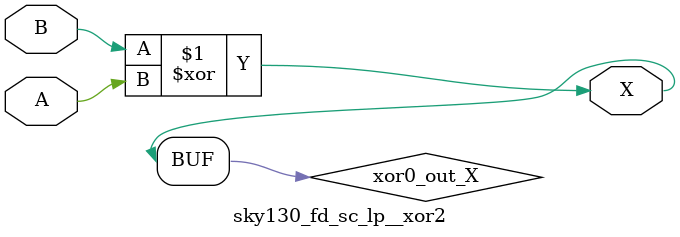
<source format=v>
/*
 * Copyright 2020 The SkyWater PDK Authors
 *
 * Licensed under the Apache License, Version 2.0 (the "License");
 * you may not use this file except in compliance with the License.
 * You may obtain a copy of the License at
 *
 *     https://www.apache.org/licenses/LICENSE-2.0
 *
 * Unless required by applicable law or agreed to in writing, software
 * distributed under the License is distributed on an "AS IS" BASIS,
 * WITHOUT WARRANTIES OR CONDITIONS OF ANY KIND, either express or implied.
 * See the License for the specific language governing permissions and
 * limitations under the License.
 *
 * SPDX-License-Identifier: Apache-2.0
*/


`ifndef SKY130_FD_SC_LP__XOR2_FUNCTIONAL_V
`define SKY130_FD_SC_LP__XOR2_FUNCTIONAL_V

/**
 * xor2: 2-input exclusive OR.
 *
 *       X = A ^ B
 *
 * Verilog simulation functional model.
 */

`timescale 1ns / 1ps
`default_nettype none

`celldefine
module sky130_fd_sc_lp__xor2 (
    X,
    A,
    B
);

    // Module ports
    output X;
    input  A;
    input  B;

    // Local signals
    wire xor0_out_X;

    //  Name  Output      Other arguments
    xor xor0 (xor0_out_X, B, A           );
    buf buf0 (X         , xor0_out_X     );

endmodule
`endcelldefine

`default_nettype wire
`endif  // SKY130_FD_SC_LP__XOR2_FUNCTIONAL_V

</source>
